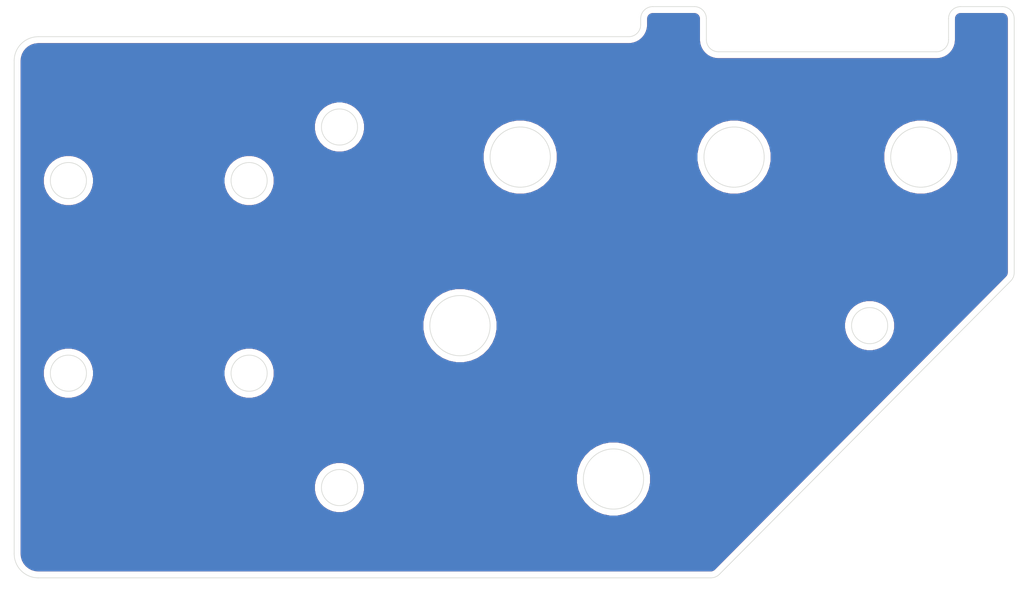
<source format=kicad_pcb>
(kicad_pcb (version 20171130) (host pcbnew 5.1.9+dfsg1-1+deb11u1)

  (general
    (thickness 1.6)
    (drawings 38)
    (tracks 0)
    (zones 0)
    (modules 0)
    (nets 1)
  )

  (page A4)
  (layers
    (0 F.Cu signal)
    (31 B.Cu signal)
    (32 B.Adhes user)
    (33 F.Adhes user)
    (34 B.Paste user)
    (35 F.Paste user)
    (36 B.SilkS user)
    (37 F.SilkS user)
    (38 B.Mask user)
    (39 F.Mask user)
    (40 Dwgs.User user)
    (41 Cmts.User user)
    (42 Eco1.User user)
    (43 Eco2.User user)
    (44 Edge.Cuts user)
    (45 Margin user)
    (46 B.CrtYd user)
    (47 F.CrtYd user)
    (48 B.Fab user)
    (49 F.Fab user)
  )

  (setup
    (last_trace_width 0.25)
    (trace_clearance 0.2)
    (zone_clearance 0.508)
    (zone_45_only no)
    (trace_min 0.2)
    (via_size 0.8)
    (via_drill 0.4)
    (via_min_size 0.4)
    (via_min_drill 0.3)
    (uvia_size 0.3)
    (uvia_drill 0.1)
    (uvias_allowed no)
    (uvia_min_size 0.2)
    (uvia_min_drill 0.1)
    (edge_width 0.05)
    (segment_width 0.2)
    (pcb_text_width 0.3)
    (pcb_text_size 1.5 1.5)
    (mod_edge_width 0.12)
    (mod_text_size 1 1)
    (mod_text_width 0.15)
    (pad_size 1.524 1.524)
    (pad_drill 0.762)
    (pad_to_mask_clearance 0)
    (aux_axis_origin 0 0)
    (visible_elements FFFFFF7F)
    (pcbplotparams
      (layerselection 0x010fc_ffffffff)
      (usegerberextensions true)
      (usegerberattributes false)
      (usegerberadvancedattributes false)
      (creategerberjobfile false)
      (excludeedgelayer true)
      (linewidth 0.100000)
      (plotframeref false)
      (viasonmask false)
      (mode 1)
      (useauxorigin false)
      (hpglpennumber 1)
      (hpglpenspeed 20)
      (hpglpendiameter 15.000000)
      (psnegative false)
      (psa4output false)
      (plotreference true)
      (plotvalue true)
      (plotinvisibletext false)
      (padsonsilk false)
      (subtractmaskfromsilk true)
      (outputformat 1)
      (mirror false)
      (drillshape 0)
      (scaleselection 1)
      (outputdirectory "y-carrier-gerber/"))
  )

  (net 0 "")

  (net_class Default "This is the default net class."
    (clearance 0.2)
    (trace_width 0.25)
    (via_dia 0.8)
    (via_drill 0.4)
    (uvia_dia 0.3)
    (uvia_drill 0.1)
  )

  (gr_line (start 128.5 115) (end 109.25 115) (layer Dwgs.User) (width 0.15))
  (gr_line (start 128.5 120) (end 128.5 115) (layer Dwgs.User) (width 0.15))
  (gr_line (start 128.5 112.5) (end 128.5 120) (layer Dwgs.User) (width 0.15))
  (gr_line (start 136 112.5) (end 128.5 112.5) (layer Dwgs.User) (width 0.15))
  (gr_circle (center 168.9265 85.05) (end 171.4265 85.05) (layer Edge.Cuts) (width 0.05))
  (gr_arc (start 191.1765 73.55) (end 192.1765 73.55) (angle -90) (layer Edge.Cuts) (width 0.05))
  (gr_line (start 109.1765 77.05) (end 109.1765 118) (layer Edge.Cuts) (width 0.05))
  (gr_line (start 111.1765 120) (end 167 120) (layer Edge.Cuts) (width 0.05))
  (gr_arc (start 167.6265 75.3) (end 166.6265 75.3) (angle -90) (layer Edge.Cuts) (width 0.05))
  (gr_arc (start 187.7265 73.55) (end 187.7265 72.55) (angle -90) (layer Edge.Cuts) (width 0.05))
  (gr_arc (start 191.1765 94.638024) (end 191.886304 95.342422) (angle -44.781) (layer Edge.Cuts) (width 0.05))
  (gr_arc (start 111.1765 77.05) (end 111.1765 75.05) (angle -90) (layer Edge.Cuts) (width 0.05))
  (gr_line (start 111.1765 75.05) (end 160.1765 75.05) (layer Edge.Cuts) (width 0.05))
  (gr_arc (start 162.1765 73.55) (end 162.1765 72.55) (angle -90) (layer Edge.Cuts) (width 0.05))
  (gr_line (start 191.1765 72.55) (end 187.7265 72.55) (layer Edge.Cuts) (width 0.05))
  (gr_circle (center 136.1765 82.55) (end 137.6765 82.55) (layer Edge.Cuts) (width 0.05))
  (gr_circle (center 113.6765 87) (end 115.1765 87) (layer Edge.Cuts) (width 0.05))
  (gr_line (start 166.6265 73.55) (end 166.6265 75.3) (layer Edge.Cuts) (width 0.05))
  (gr_circle (center 146.1765 99.05) (end 148.6765 99.05) (layer Edge.Cuts) (width 0.05))
  (gr_line (start 167.7098 119.7044) (end 191.8863 95.342423) (layer Edge.Cuts) (width 0.05))
  (gr_line (start 167.6265 76.3) (end 185.7265 76.3) (layer Edge.Cuts) (width 0.05))
  (gr_circle (center 136.1765 112.5) (end 137.6765 112.5) (layer Edge.Cuts) (width 0.05))
  (gr_circle (center 184.4265 85.05) (end 186.9265 85.05) (layer Edge.Cuts) (width 0.05))
  (gr_circle (center 128.6765 87) (end 130.1765 87) (layer Edge.Cuts) (width 0.05))
  (gr_circle (center 158.9165 111.789999) (end 161.4165 111.789999) (layer Edge.Cuts) (width 0.05))
  (gr_line (start 161.1765 73.55) (end 161.1765 74.05) (layer Edge.Cuts) (width 0.05))
  (gr_line (start 186.7265 75.3) (end 186.7265 73.55) (layer Edge.Cuts) (width 0.05))
  (gr_arc (start 111.1765 118) (end 109.1765 118) (angle -90) (layer Edge.Cuts) (width 0.05))
  (gr_circle (center 180.1765 99.05) (end 181.6765 99.05) (layer Edge.Cuts) (width 0.05))
  (gr_arc (start 165.6265 73.55) (end 166.6265 73.55) (angle -90) (layer Edge.Cuts) (width 0.05))
  (gr_circle (center 128.6765 103) (end 130.1765 103) (layer Edge.Cuts) (width 0.05))
  (gr_arc (start 185.7265 75.3) (end 185.7265 76.3) (angle -90) (layer Edge.Cuts) (width 0.05))
  (gr_arc (start 160.1765 74.05) (end 160.1765 75.05) (angle -90) (layer Edge.Cuts) (width 0.05))
  (gr_circle (center 113.6765 103) (end 115.1765 103) (layer Edge.Cuts) (width 0.05))
  (gr_line (start 192.1765 73.55) (end 192.1765 94.638024) (layer Edge.Cuts) (width 0.05))
  (gr_line (start 165.6265 72.55) (end 162.1765 72.55) (layer Edge.Cuts) (width 0.05))
  (gr_circle (center 151.1765 85.05) (end 153.6765 85.05) (layer Edge.Cuts) (width 0.05))
  (gr_arc (start 167 119) (end 167 120) (angle -45.219) (layer Edge.Cuts) (width 0.05))

  (zone (net 0) (net_name "") (layer F.Cu) (tstamp 64C3C12B) (hatch edge 0.508)
    (connect_pads (clearance 0.508))
    (min_thickness 0.254)
    (fill yes (arc_segments 32) (thermal_gap 0.508) (thermal_bridge_width 0.508))
    (polygon
      (pts
        (xy 193 121) (xy 108 121) (xy 108 72) (xy 193 72)
      )
    )
    (filled_polygon
      (pts
        (xy 165.691924 73.21958) (xy 165.754856 73.23858) (xy 165.812905 73.269445) (xy 165.863843 73.310989) (xy 165.905748 73.361644)
        (xy 165.937015 73.419471) (xy 165.956456 73.482272) (xy 165.9665 73.577836) (xy 165.966501 75.332419) (xy 165.969283 75.360664)
        (xy 165.96924 75.366801) (xy 165.97014 75.375972) (xy 165.990541 75.570069) (xy 166.002568 75.628658) (xy 166.013777 75.687423)
        (xy 166.016441 75.696245) (xy 166.074153 75.882683) (xy 166.097338 75.937838) (xy 166.119742 75.993291) (xy 166.124068 76.001427)
        (xy 166.216893 76.173104) (xy 166.250346 76.222699) (xy 166.2831 76.272753) (xy 166.288924 76.279894) (xy 166.413328 76.430272)
        (xy 166.455763 76.472411) (xy 166.497626 76.515161) (xy 166.504727 76.521034) (xy 166.655969 76.644384) (xy 166.705777 76.677477)
        (xy 166.755151 76.711284) (xy 166.763257 76.715667) (xy 166.93558 76.807292) (xy 166.990892 76.83009) (xy 167.045866 76.853652)
        (xy 167.054669 76.856377) (xy 167.241506 76.912786) (xy 167.300186 76.924405) (xy 167.358696 76.936842) (xy 167.367861 76.937805)
        (xy 167.562094 76.95685) (xy 167.562098 76.95685) (xy 167.594081 76.96) (xy 185.758919 76.96) (xy 185.787174 76.957217)
        (xy 185.793301 76.95726) (xy 185.802472 76.95636) (xy 185.996569 76.935959) (xy 186.055158 76.923932) (xy 186.113923 76.912723)
        (xy 186.122745 76.910059) (xy 186.309183 76.852347) (xy 186.364338 76.829162) (xy 186.419791 76.806758) (xy 186.427927 76.802432)
        (xy 186.599604 76.709607) (xy 186.649199 76.676154) (xy 186.699253 76.6434) (xy 186.706394 76.637576) (xy 186.856772 76.513172)
        (xy 186.898911 76.470737) (xy 186.941661 76.428874) (xy 186.947534 76.421773) (xy 187.070884 76.270531) (xy 187.103977 76.220723)
        (xy 187.137784 76.171349) (xy 187.142167 76.163243) (xy 187.233792 75.99092) (xy 187.25659 75.935608) (xy 187.280152 75.880634)
        (xy 187.282877 75.871831) (xy 187.339286 75.684994) (xy 187.350905 75.626314) (xy 187.363342 75.567804) (xy 187.364305 75.558639)
        (xy 187.38335 75.364406) (xy 187.38335 75.364402) (xy 187.3865 75.332419) (xy 187.3865 73.582279) (xy 187.39608 73.484576)
        (xy 187.41508 73.421644) (xy 187.445945 73.363595) (xy 187.487489 73.312657) (xy 187.538144 73.270752) (xy 187.595971 73.239485)
        (xy 187.658772 73.220044) (xy 187.754335 73.21) (xy 191.144221 73.21) (xy 191.241924 73.21958) (xy 191.304856 73.23858)
        (xy 191.362905 73.269445) (xy 191.413843 73.310989) (xy 191.455748 73.361644) (xy 191.487015 73.419471) (xy 191.506456 73.482272)
        (xy 191.5165 73.577835) (xy 191.516501 94.605724) (xy 191.506919 94.703448) (xy 191.487918 94.766382) (xy 191.45703 94.824473)
        (xy 191.395149 94.900373) (xy 167.264058 119.216595) (xy 167.188449 119.279186) (xy 167.130631 119.310473) (xy 167.067838 119.329933)
        (xy 166.972361 119.34) (xy 111.208779 119.34) (xy 110.91684 119.311375) (xy 110.667071 119.235965) (xy 110.436706 119.113477)
        (xy 110.234521 118.948579) (xy 110.068212 118.747546) (xy 109.944122 118.518046) (xy 109.866969 118.268805) (xy 109.8365 117.978911)
        (xy 109.8365 112.286323) (xy 134.006997 112.286323) (xy 134.006997 112.713677) (xy 134.09037 113.132821) (xy 134.253912 113.527645)
        (xy 134.491337 113.882977) (xy 134.793523 114.185163) (xy 135.148855 114.422588) (xy 135.543679 114.58613) (xy 135.962823 114.669503)
        (xy 136.390177 114.669503) (xy 136.809321 114.58613) (xy 137.204145 114.422588) (xy 137.559477 114.185163) (xy 137.861663 113.882977)
        (xy 138.099088 113.527645) (xy 138.26263 113.132821) (xy 138.346003 112.713677) (xy 138.346003 112.286323) (xy 138.26263 111.867179)
        (xy 138.101553 111.478304) (xy 155.751813 111.478304) (xy 155.751813 112.101694) (xy 155.87343 112.713104) (xy 156.11199 113.289041)
        (xy 156.458327 113.80737) (xy 156.899129 114.248172) (xy 157.417458 114.594509) (xy 157.993395 114.833069) (xy 158.604805 114.954686)
        (xy 159.228195 114.954686) (xy 159.839605 114.833069) (xy 160.415542 114.594509) (xy 160.933871 114.248172) (xy 161.374673 113.80737)
        (xy 161.72101 113.289041) (xy 161.95957 112.713104) (xy 162.081187 112.101694) (xy 162.081187 111.478304) (xy 161.95957 110.866894)
        (xy 161.72101 110.290957) (xy 161.374673 109.772628) (xy 160.933871 109.331826) (xy 160.415542 108.985489) (xy 159.839605 108.746929)
        (xy 159.228195 108.625312) (xy 158.604805 108.625312) (xy 157.993395 108.746929) (xy 157.417458 108.985489) (xy 156.899129 109.331826)
        (xy 156.458327 109.772628) (xy 156.11199 110.290957) (xy 155.87343 110.866894) (xy 155.751813 111.478304) (xy 138.101553 111.478304)
        (xy 138.099088 111.472355) (xy 137.861663 111.117023) (xy 137.559477 110.814837) (xy 137.204145 110.577412) (xy 136.809321 110.41387)
        (xy 136.390177 110.330497) (xy 135.962823 110.330497) (xy 135.543679 110.41387) (xy 135.148855 110.577412) (xy 134.793523 110.814837)
        (xy 134.491337 111.117023) (xy 134.253912 111.472355) (xy 134.09037 111.867179) (xy 134.006997 112.286323) (xy 109.8365 112.286323)
        (xy 109.8365 102.786323) (xy 111.506997 102.786323) (xy 111.506997 103.213677) (xy 111.59037 103.632821) (xy 111.753912 104.027645)
        (xy 111.991337 104.382977) (xy 112.293523 104.685163) (xy 112.648855 104.922588) (xy 113.043679 105.08613) (xy 113.462823 105.169503)
        (xy 113.890177 105.169503) (xy 114.309321 105.08613) (xy 114.704145 104.922588) (xy 115.059477 104.685163) (xy 115.361663 104.382977)
        (xy 115.599088 104.027645) (xy 115.76263 103.632821) (xy 115.846003 103.213677) (xy 115.846003 102.786323) (xy 126.506997 102.786323)
        (xy 126.506997 103.213677) (xy 126.59037 103.632821) (xy 126.753912 104.027645) (xy 126.991337 104.382977) (xy 127.293523 104.685163)
        (xy 127.648855 104.922588) (xy 128.043679 105.08613) (xy 128.462823 105.169503) (xy 128.890177 105.169503) (xy 129.309321 105.08613)
        (xy 129.704145 104.922588) (xy 130.059477 104.685163) (xy 130.361663 104.382977) (xy 130.599088 104.027645) (xy 130.76263 103.632821)
        (xy 130.846003 103.213677) (xy 130.846003 102.786323) (xy 130.76263 102.367179) (xy 130.599088 101.972355) (xy 130.361663 101.617023)
        (xy 130.059477 101.314837) (xy 129.704145 101.077412) (xy 129.309321 100.91387) (xy 128.890177 100.830497) (xy 128.462823 100.830497)
        (xy 128.043679 100.91387) (xy 127.648855 101.077412) (xy 127.293523 101.314837) (xy 126.991337 101.617023) (xy 126.753912 101.972355)
        (xy 126.59037 102.367179) (xy 126.506997 102.786323) (xy 115.846003 102.786323) (xy 115.76263 102.367179) (xy 115.599088 101.972355)
        (xy 115.361663 101.617023) (xy 115.059477 101.314837) (xy 114.704145 101.077412) (xy 114.309321 100.91387) (xy 113.890177 100.830497)
        (xy 113.462823 100.830497) (xy 113.043679 100.91387) (xy 112.648855 101.077412) (xy 112.293523 101.314837) (xy 111.991337 101.617023)
        (xy 111.753912 101.972355) (xy 111.59037 102.367179) (xy 111.506997 102.786323) (xy 109.8365 102.786323) (xy 109.8365 98.738305)
        (xy 143.011813 98.738305) (xy 143.011813 99.361695) (xy 143.13343 99.973105) (xy 143.37199 100.549042) (xy 143.718327 101.067371)
        (xy 144.159129 101.508173) (xy 144.677458 101.85451) (xy 145.253395 102.09307) (xy 145.864805 102.214687) (xy 146.488195 102.214687)
        (xy 147.099605 102.09307) (xy 147.675542 101.85451) (xy 148.193871 101.508173) (xy 148.634673 101.067371) (xy 148.98101 100.549042)
        (xy 149.21957 99.973105) (xy 149.341187 99.361695) (xy 149.341187 98.836323) (xy 178.006997 98.836323) (xy 178.006997 99.263677)
        (xy 178.09037 99.682821) (xy 178.253912 100.077645) (xy 178.491337 100.432977) (xy 178.793523 100.735163) (xy 179.148855 100.972588)
        (xy 179.543679 101.13613) (xy 179.962823 101.219503) (xy 180.390177 101.219503) (xy 180.809321 101.13613) (xy 181.204145 100.972588)
        (xy 181.559477 100.735163) (xy 181.861663 100.432977) (xy 182.099088 100.077645) (xy 182.26263 99.682821) (xy 182.346003 99.263677)
        (xy 182.346003 98.836323) (xy 182.26263 98.417179) (xy 182.099088 98.022355) (xy 181.861663 97.667023) (xy 181.559477 97.364837)
        (xy 181.204145 97.127412) (xy 180.809321 96.96387) (xy 180.390177 96.880497) (xy 179.962823 96.880497) (xy 179.543679 96.96387)
        (xy 179.148855 97.127412) (xy 178.793523 97.364837) (xy 178.491337 97.667023) (xy 178.253912 98.022355) (xy 178.09037 98.417179)
        (xy 178.006997 98.836323) (xy 149.341187 98.836323) (xy 149.341187 98.738305) (xy 149.21957 98.126895) (xy 148.98101 97.550958)
        (xy 148.634673 97.032629) (xy 148.193871 96.591827) (xy 147.675542 96.24549) (xy 147.099605 96.00693) (xy 146.488195 95.885313)
        (xy 145.864805 95.885313) (xy 145.253395 96.00693) (xy 144.677458 96.24549) (xy 144.159129 96.591827) (xy 143.718327 97.032629)
        (xy 143.37199 97.550958) (xy 143.13343 98.126895) (xy 143.011813 98.738305) (xy 109.8365 98.738305) (xy 109.8365 86.786323)
        (xy 111.506997 86.786323) (xy 111.506997 87.213677) (xy 111.59037 87.632821) (xy 111.753912 88.027645) (xy 111.991337 88.382977)
        (xy 112.293523 88.685163) (xy 112.648855 88.922588) (xy 113.043679 89.08613) (xy 113.462823 89.169503) (xy 113.890177 89.169503)
        (xy 114.309321 89.08613) (xy 114.704145 88.922588) (xy 115.059477 88.685163) (xy 115.361663 88.382977) (xy 115.599088 88.027645)
        (xy 115.76263 87.632821) (xy 115.846003 87.213677) (xy 115.846003 86.786323) (xy 126.506997 86.786323) (xy 126.506997 87.213677)
        (xy 126.59037 87.632821) (xy 126.753912 88.027645) (xy 126.991337 88.382977) (xy 127.293523 88.685163) (xy 127.648855 88.922588)
        (xy 128.043679 89.08613) (xy 128.462823 89.169503) (xy 128.890177 89.169503) (xy 129.309321 89.08613) (xy 129.704145 88.922588)
        (xy 130.059477 88.685163) (xy 130.361663 88.382977) (xy 130.599088 88.027645) (xy 130.76263 87.632821) (xy 130.846003 87.213677)
        (xy 130.846003 86.786323) (xy 130.76263 86.367179) (xy 130.599088 85.972355) (xy 130.361663 85.617023) (xy 130.059477 85.314837)
        (xy 129.704145 85.077412) (xy 129.309321 84.91387) (xy 128.890177 84.830497) (xy 128.462823 84.830497) (xy 128.043679 84.91387)
        (xy 127.648855 85.077412) (xy 127.293523 85.314837) (xy 126.991337 85.617023) (xy 126.753912 85.972355) (xy 126.59037 86.367179)
        (xy 126.506997 86.786323) (xy 115.846003 86.786323) (xy 115.76263 86.367179) (xy 115.599088 85.972355) (xy 115.361663 85.617023)
        (xy 115.059477 85.314837) (xy 114.704145 85.077412) (xy 114.309321 84.91387) (xy 113.890177 84.830497) (xy 113.462823 84.830497)
        (xy 113.043679 84.91387) (xy 112.648855 85.077412) (xy 112.293523 85.314837) (xy 111.991337 85.617023) (xy 111.753912 85.972355)
        (xy 111.59037 86.367179) (xy 111.506997 86.786323) (xy 109.8365 86.786323) (xy 109.8365 84.738305) (xy 148.011813 84.738305)
        (xy 148.011813 85.361695) (xy 148.13343 85.973105) (xy 148.37199 86.549042) (xy 148.718327 87.067371) (xy 149.159129 87.508173)
        (xy 149.677458 87.85451) (xy 150.253395 88.09307) (xy 150.864805 88.214687) (xy 151.488195 88.214687) (xy 152.099605 88.09307)
        (xy 152.675542 87.85451) (xy 153.193871 87.508173) (xy 153.634673 87.067371) (xy 153.98101 86.549042) (xy 154.21957 85.973105)
        (xy 154.341187 85.361695) (xy 154.341187 84.738305) (xy 165.761813 84.738305) (xy 165.761813 85.361695) (xy 165.88343 85.973105)
        (xy 166.12199 86.549042) (xy 166.468327 87.067371) (xy 166.909129 87.508173) (xy 167.427458 87.85451) (xy 168.003395 88.09307)
        (xy 168.614805 88.214687) (xy 169.238195 88.214687) (xy 169.849605 88.09307) (xy 170.425542 87.85451) (xy 170.943871 87.508173)
        (xy 171.384673 87.067371) (xy 171.73101 86.549042) (xy 171.96957 85.973105) (xy 172.091187 85.361695) (xy 172.091187 84.738305)
        (xy 181.261813 84.738305) (xy 181.261813 85.361695) (xy 181.38343 85.973105) (xy 181.62199 86.549042) (xy 181.968327 87.067371)
        (xy 182.409129 87.508173) (xy 182.927458 87.85451) (xy 183.503395 88.09307) (xy 184.114805 88.214687) (xy 184.738195 88.214687)
        (xy 185.349605 88.09307) (xy 185.925542 87.85451) (xy 186.443871 87.508173) (xy 186.884673 87.067371) (xy 187.23101 86.549042)
        (xy 187.46957 85.973105) (xy 187.591187 85.361695) (xy 187.591187 84.738305) (xy 187.46957 84.126895) (xy 187.23101 83.550958)
        (xy 186.884673 83.032629) (xy 186.443871 82.591827) (xy 185.925542 82.24549) (xy 185.349605 82.00693) (xy 184.738195 81.885313)
        (xy 184.114805 81.885313) (xy 183.503395 82.00693) (xy 182.927458 82.24549) (xy 182.409129 82.591827) (xy 181.968327 83.032629)
        (xy 181.62199 83.550958) (xy 181.38343 84.126895) (xy 181.261813 84.738305) (xy 172.091187 84.738305) (xy 171.96957 84.126895)
        (xy 171.73101 83.550958) (xy 171.384673 83.032629) (xy 170.943871 82.591827) (xy 170.425542 82.24549) (xy 169.849605 82.00693)
        (xy 169.238195 81.885313) (xy 168.614805 81.885313) (xy 168.003395 82.00693) (xy 167.427458 82.24549) (xy 166.909129 82.591827)
        (xy 166.468327 83.032629) (xy 166.12199 83.550958) (xy 165.88343 84.126895) (xy 165.761813 84.738305) (xy 154.341187 84.738305)
        (xy 154.21957 84.126895) (xy 153.98101 83.550958) (xy 153.634673 83.032629) (xy 153.193871 82.591827) (xy 152.675542 82.24549)
        (xy 152.099605 82.00693) (xy 151.488195 81.885313) (xy 150.864805 81.885313) (xy 150.253395 82.00693) (xy 149.677458 82.24549)
        (xy 149.159129 82.591827) (xy 148.718327 83.032629) (xy 148.37199 83.550958) (xy 148.13343 84.126895) (xy 148.011813 84.738305)
        (xy 109.8365 84.738305) (xy 109.8365 82.336323) (xy 134.006997 82.336323) (xy 134.006997 82.763677) (xy 134.09037 83.182821)
        (xy 134.253912 83.577645) (xy 134.491337 83.932977) (xy 134.793523 84.235163) (xy 135.148855 84.472588) (xy 135.543679 84.63613)
        (xy 135.962823 84.719503) (xy 136.390177 84.719503) (xy 136.809321 84.63613) (xy 137.204145 84.472588) (xy 137.559477 84.235163)
        (xy 137.861663 83.932977) (xy 138.099088 83.577645) (xy 138.26263 83.182821) (xy 138.346003 82.763677) (xy 138.346003 82.336323)
        (xy 138.26263 81.917179) (xy 138.099088 81.522355) (xy 137.861663 81.167023) (xy 137.559477 80.864837) (xy 137.204145 80.627412)
        (xy 136.809321 80.46387) (xy 136.390177 80.380497) (xy 135.962823 80.380497) (xy 135.543679 80.46387) (xy 135.148855 80.627412)
        (xy 134.793523 80.864837) (xy 134.491337 81.167023) (xy 134.253912 81.522355) (xy 134.09037 81.917179) (xy 134.006997 82.336323)
        (xy 109.8365 82.336323) (xy 109.8365 77.082279) (xy 109.865125 76.790341) (xy 109.940535 76.540571) (xy 110.063022 76.310208)
        (xy 110.227922 76.10802) (xy 110.42895 75.941714) (xy 110.658454 75.817622) (xy 110.907695 75.740469) (xy 111.197588 75.71)
        (xy 160.208919 75.71) (xy 160.237174 75.707217) (xy 160.243301 75.70726) (xy 160.252472 75.70636) (xy 160.446569 75.685959)
        (xy 160.505158 75.673932) (xy 160.563923 75.662723) (xy 160.572745 75.660059) (xy 160.759183 75.602347) (xy 160.814338 75.579162)
        (xy 160.869791 75.556758) (xy 160.877927 75.552432) (xy 161.049604 75.459607) (xy 161.099199 75.426154) (xy 161.149253 75.3934)
        (xy 161.156394 75.387576) (xy 161.306772 75.263172) (xy 161.348911 75.220737) (xy 161.391661 75.178874) (xy 161.397534 75.171773)
        (xy 161.520884 75.020531) (xy 161.553977 74.970723) (xy 161.587784 74.921349) (xy 161.592167 74.913243) (xy 161.683792 74.74092)
        (xy 161.70659 74.685608) (xy 161.730152 74.630634) (xy 161.732877 74.621831) (xy 161.789286 74.434994) (xy 161.800905 74.376314)
        (xy 161.813342 74.317804) (xy 161.814305 74.308639) (xy 161.83335 74.114406) (xy 161.83335 74.114402) (xy 161.8365 74.082419)
        (xy 161.8365 73.582279) (xy 161.84608 73.484576) (xy 161.86508 73.421644) (xy 161.895945 73.363595) (xy 161.937489 73.312657)
        (xy 161.988144 73.270752) (xy 162.045971 73.239485) (xy 162.108772 73.220044) (xy 162.204335 73.21) (xy 165.594221 73.21)
      )
    )
  )
  (zone (net 0) (net_name "") (layer B.Cu) (tstamp 64C3C128) (hatch edge 0.508)
    (connect_pads (clearance 0.508))
    (min_thickness 0.254)
    (fill yes (arc_segments 32) (thermal_gap 0.508) (thermal_bridge_width 0.508))
    (polygon
      (pts
        (xy 193 121) (xy 108 121) (xy 108 72) (xy 193 72)
      )
    )
    (filled_polygon
      (pts
        (xy 165.691924 73.21958) (xy 165.754856 73.23858) (xy 165.812905 73.269445) (xy 165.863843 73.310989) (xy 165.905748 73.361644)
        (xy 165.937015 73.419471) (xy 165.956456 73.482272) (xy 165.9665 73.577836) (xy 165.966501 75.332419) (xy 165.969283 75.360664)
        (xy 165.96924 75.366801) (xy 165.97014 75.375972) (xy 165.990541 75.570069) (xy 166.002568 75.628658) (xy 166.013777 75.687423)
        (xy 166.016441 75.696245) (xy 166.074153 75.882683) (xy 166.097338 75.937838) (xy 166.119742 75.993291) (xy 166.124068 76.001427)
        (xy 166.216893 76.173104) (xy 166.250346 76.222699) (xy 166.2831 76.272753) (xy 166.288924 76.279894) (xy 166.413328 76.430272)
        (xy 166.455763 76.472411) (xy 166.497626 76.515161) (xy 166.504727 76.521034) (xy 166.655969 76.644384) (xy 166.705777 76.677477)
        (xy 166.755151 76.711284) (xy 166.763257 76.715667) (xy 166.93558 76.807292) (xy 166.990892 76.83009) (xy 167.045866 76.853652)
        (xy 167.054669 76.856377) (xy 167.241506 76.912786) (xy 167.300186 76.924405) (xy 167.358696 76.936842) (xy 167.367861 76.937805)
        (xy 167.562094 76.95685) (xy 167.562098 76.95685) (xy 167.594081 76.96) (xy 185.758919 76.96) (xy 185.787174 76.957217)
        (xy 185.793301 76.95726) (xy 185.802472 76.95636) (xy 185.996569 76.935959) (xy 186.055158 76.923932) (xy 186.113923 76.912723)
        (xy 186.122745 76.910059) (xy 186.309183 76.852347) (xy 186.364338 76.829162) (xy 186.419791 76.806758) (xy 186.427927 76.802432)
        (xy 186.599604 76.709607) (xy 186.649199 76.676154) (xy 186.699253 76.6434) (xy 186.706394 76.637576) (xy 186.856772 76.513172)
        (xy 186.898911 76.470737) (xy 186.941661 76.428874) (xy 186.947534 76.421773) (xy 187.070884 76.270531) (xy 187.103977 76.220723)
        (xy 187.137784 76.171349) (xy 187.142167 76.163243) (xy 187.233792 75.99092) (xy 187.25659 75.935608) (xy 187.280152 75.880634)
        (xy 187.282877 75.871831) (xy 187.339286 75.684994) (xy 187.350905 75.626314) (xy 187.363342 75.567804) (xy 187.364305 75.558639)
        (xy 187.38335 75.364406) (xy 187.38335 75.364402) (xy 187.3865 75.332419) (xy 187.3865 73.582279) (xy 187.39608 73.484576)
        (xy 187.41508 73.421644) (xy 187.445945 73.363595) (xy 187.487489 73.312657) (xy 187.538144 73.270752) (xy 187.595971 73.239485)
        (xy 187.658772 73.220044) (xy 187.754335 73.21) (xy 191.144221 73.21) (xy 191.241924 73.21958) (xy 191.304856 73.23858)
        (xy 191.362905 73.269445) (xy 191.413843 73.310989) (xy 191.455748 73.361644) (xy 191.487015 73.419471) (xy 191.506456 73.482272)
        (xy 191.5165 73.577835) (xy 191.516501 94.605724) (xy 191.506919 94.703448) (xy 191.487918 94.766382) (xy 191.45703 94.824473)
        (xy 191.395149 94.900373) (xy 167.264058 119.216595) (xy 167.188449 119.279186) (xy 167.130631 119.310473) (xy 167.067838 119.329933)
        (xy 166.972361 119.34) (xy 111.208779 119.34) (xy 110.91684 119.311375) (xy 110.667071 119.235965) (xy 110.436706 119.113477)
        (xy 110.234521 118.948579) (xy 110.068212 118.747546) (xy 109.944122 118.518046) (xy 109.866969 118.268805) (xy 109.8365 117.978911)
        (xy 109.8365 112.286323) (xy 134.006997 112.286323) (xy 134.006997 112.713677) (xy 134.09037 113.132821) (xy 134.253912 113.527645)
        (xy 134.491337 113.882977) (xy 134.793523 114.185163) (xy 135.148855 114.422588) (xy 135.543679 114.58613) (xy 135.962823 114.669503)
        (xy 136.390177 114.669503) (xy 136.809321 114.58613) (xy 137.204145 114.422588) (xy 137.559477 114.185163) (xy 137.861663 113.882977)
        (xy 138.099088 113.527645) (xy 138.26263 113.132821) (xy 138.346003 112.713677) (xy 138.346003 112.286323) (xy 138.26263 111.867179)
        (xy 138.101553 111.478304) (xy 155.751813 111.478304) (xy 155.751813 112.101694) (xy 155.87343 112.713104) (xy 156.11199 113.289041)
        (xy 156.458327 113.80737) (xy 156.899129 114.248172) (xy 157.417458 114.594509) (xy 157.993395 114.833069) (xy 158.604805 114.954686)
        (xy 159.228195 114.954686) (xy 159.839605 114.833069) (xy 160.415542 114.594509) (xy 160.933871 114.248172) (xy 161.374673 113.80737)
        (xy 161.72101 113.289041) (xy 161.95957 112.713104) (xy 162.081187 112.101694) (xy 162.081187 111.478304) (xy 161.95957 110.866894)
        (xy 161.72101 110.290957) (xy 161.374673 109.772628) (xy 160.933871 109.331826) (xy 160.415542 108.985489) (xy 159.839605 108.746929)
        (xy 159.228195 108.625312) (xy 158.604805 108.625312) (xy 157.993395 108.746929) (xy 157.417458 108.985489) (xy 156.899129 109.331826)
        (xy 156.458327 109.772628) (xy 156.11199 110.290957) (xy 155.87343 110.866894) (xy 155.751813 111.478304) (xy 138.101553 111.478304)
        (xy 138.099088 111.472355) (xy 137.861663 111.117023) (xy 137.559477 110.814837) (xy 137.204145 110.577412) (xy 136.809321 110.41387)
        (xy 136.390177 110.330497) (xy 135.962823 110.330497) (xy 135.543679 110.41387) (xy 135.148855 110.577412) (xy 134.793523 110.814837)
        (xy 134.491337 111.117023) (xy 134.253912 111.472355) (xy 134.09037 111.867179) (xy 134.006997 112.286323) (xy 109.8365 112.286323)
        (xy 109.8365 102.786323) (xy 111.506997 102.786323) (xy 111.506997 103.213677) (xy 111.59037 103.632821) (xy 111.753912 104.027645)
        (xy 111.991337 104.382977) (xy 112.293523 104.685163) (xy 112.648855 104.922588) (xy 113.043679 105.08613) (xy 113.462823 105.169503)
        (xy 113.890177 105.169503) (xy 114.309321 105.08613) (xy 114.704145 104.922588) (xy 115.059477 104.685163) (xy 115.361663 104.382977)
        (xy 115.599088 104.027645) (xy 115.76263 103.632821) (xy 115.846003 103.213677) (xy 115.846003 102.786323) (xy 126.506997 102.786323)
        (xy 126.506997 103.213677) (xy 126.59037 103.632821) (xy 126.753912 104.027645) (xy 126.991337 104.382977) (xy 127.293523 104.685163)
        (xy 127.648855 104.922588) (xy 128.043679 105.08613) (xy 128.462823 105.169503) (xy 128.890177 105.169503) (xy 129.309321 105.08613)
        (xy 129.704145 104.922588) (xy 130.059477 104.685163) (xy 130.361663 104.382977) (xy 130.599088 104.027645) (xy 130.76263 103.632821)
        (xy 130.846003 103.213677) (xy 130.846003 102.786323) (xy 130.76263 102.367179) (xy 130.599088 101.972355) (xy 130.361663 101.617023)
        (xy 130.059477 101.314837) (xy 129.704145 101.077412) (xy 129.309321 100.91387) (xy 128.890177 100.830497) (xy 128.462823 100.830497)
        (xy 128.043679 100.91387) (xy 127.648855 101.077412) (xy 127.293523 101.314837) (xy 126.991337 101.617023) (xy 126.753912 101.972355)
        (xy 126.59037 102.367179) (xy 126.506997 102.786323) (xy 115.846003 102.786323) (xy 115.76263 102.367179) (xy 115.599088 101.972355)
        (xy 115.361663 101.617023) (xy 115.059477 101.314837) (xy 114.704145 101.077412) (xy 114.309321 100.91387) (xy 113.890177 100.830497)
        (xy 113.462823 100.830497) (xy 113.043679 100.91387) (xy 112.648855 101.077412) (xy 112.293523 101.314837) (xy 111.991337 101.617023)
        (xy 111.753912 101.972355) (xy 111.59037 102.367179) (xy 111.506997 102.786323) (xy 109.8365 102.786323) (xy 109.8365 98.738305)
        (xy 143.011813 98.738305) (xy 143.011813 99.361695) (xy 143.13343 99.973105) (xy 143.37199 100.549042) (xy 143.718327 101.067371)
        (xy 144.159129 101.508173) (xy 144.677458 101.85451) (xy 145.253395 102.09307) (xy 145.864805 102.214687) (xy 146.488195 102.214687)
        (xy 147.099605 102.09307) (xy 147.675542 101.85451) (xy 148.193871 101.508173) (xy 148.634673 101.067371) (xy 148.98101 100.549042)
        (xy 149.21957 99.973105) (xy 149.341187 99.361695) (xy 149.341187 98.836323) (xy 178.006997 98.836323) (xy 178.006997 99.263677)
        (xy 178.09037 99.682821) (xy 178.253912 100.077645) (xy 178.491337 100.432977) (xy 178.793523 100.735163) (xy 179.148855 100.972588)
        (xy 179.543679 101.13613) (xy 179.962823 101.219503) (xy 180.390177 101.219503) (xy 180.809321 101.13613) (xy 181.204145 100.972588)
        (xy 181.559477 100.735163) (xy 181.861663 100.432977) (xy 182.099088 100.077645) (xy 182.26263 99.682821) (xy 182.346003 99.263677)
        (xy 182.346003 98.836323) (xy 182.26263 98.417179) (xy 182.099088 98.022355) (xy 181.861663 97.667023) (xy 181.559477 97.364837)
        (xy 181.204145 97.127412) (xy 180.809321 96.96387) (xy 180.390177 96.880497) (xy 179.962823 96.880497) (xy 179.543679 96.96387)
        (xy 179.148855 97.127412) (xy 178.793523 97.364837) (xy 178.491337 97.667023) (xy 178.253912 98.022355) (xy 178.09037 98.417179)
        (xy 178.006997 98.836323) (xy 149.341187 98.836323) (xy 149.341187 98.738305) (xy 149.21957 98.126895) (xy 148.98101 97.550958)
        (xy 148.634673 97.032629) (xy 148.193871 96.591827) (xy 147.675542 96.24549) (xy 147.099605 96.00693) (xy 146.488195 95.885313)
        (xy 145.864805 95.885313) (xy 145.253395 96.00693) (xy 144.677458 96.24549) (xy 144.159129 96.591827) (xy 143.718327 97.032629)
        (xy 143.37199 97.550958) (xy 143.13343 98.126895) (xy 143.011813 98.738305) (xy 109.8365 98.738305) (xy 109.8365 86.786323)
        (xy 111.506997 86.786323) (xy 111.506997 87.213677) (xy 111.59037 87.632821) (xy 111.753912 88.027645) (xy 111.991337 88.382977)
        (xy 112.293523 88.685163) (xy 112.648855 88.922588) (xy 113.043679 89.08613) (xy 113.462823 89.169503) (xy 113.890177 89.169503)
        (xy 114.309321 89.08613) (xy 114.704145 88.922588) (xy 115.059477 88.685163) (xy 115.361663 88.382977) (xy 115.599088 88.027645)
        (xy 115.76263 87.632821) (xy 115.846003 87.213677) (xy 115.846003 86.786323) (xy 126.506997 86.786323) (xy 126.506997 87.213677)
        (xy 126.59037 87.632821) (xy 126.753912 88.027645) (xy 126.991337 88.382977) (xy 127.293523 88.685163) (xy 127.648855 88.922588)
        (xy 128.043679 89.08613) (xy 128.462823 89.169503) (xy 128.890177 89.169503) (xy 129.309321 89.08613) (xy 129.704145 88.922588)
        (xy 130.059477 88.685163) (xy 130.361663 88.382977) (xy 130.599088 88.027645) (xy 130.76263 87.632821) (xy 130.846003 87.213677)
        (xy 130.846003 86.786323) (xy 130.76263 86.367179) (xy 130.599088 85.972355) (xy 130.361663 85.617023) (xy 130.059477 85.314837)
        (xy 129.704145 85.077412) (xy 129.309321 84.91387) (xy 128.890177 84.830497) (xy 128.462823 84.830497) (xy 128.043679 84.91387)
        (xy 127.648855 85.077412) (xy 127.293523 85.314837) (xy 126.991337 85.617023) (xy 126.753912 85.972355) (xy 126.59037 86.367179)
        (xy 126.506997 86.786323) (xy 115.846003 86.786323) (xy 115.76263 86.367179) (xy 115.599088 85.972355) (xy 115.361663 85.617023)
        (xy 115.059477 85.314837) (xy 114.704145 85.077412) (xy 114.309321 84.91387) (xy 113.890177 84.830497) (xy 113.462823 84.830497)
        (xy 113.043679 84.91387) (xy 112.648855 85.077412) (xy 112.293523 85.314837) (xy 111.991337 85.617023) (xy 111.753912 85.972355)
        (xy 111.59037 86.367179) (xy 111.506997 86.786323) (xy 109.8365 86.786323) (xy 109.8365 84.738305) (xy 148.011813 84.738305)
        (xy 148.011813 85.361695) (xy 148.13343 85.973105) (xy 148.37199 86.549042) (xy 148.718327 87.067371) (xy 149.159129 87.508173)
        (xy 149.677458 87.85451) (xy 150.253395 88.09307) (xy 150.864805 88.214687) (xy 151.488195 88.214687) (xy 152.099605 88.09307)
        (xy 152.675542 87.85451) (xy 153.193871 87.508173) (xy 153.634673 87.067371) (xy 153.98101 86.549042) (xy 154.21957 85.973105)
        (xy 154.341187 85.361695) (xy 154.341187 84.738305) (xy 165.761813 84.738305) (xy 165.761813 85.361695) (xy 165.88343 85.973105)
        (xy 166.12199 86.549042) (xy 166.468327 87.067371) (xy 166.909129 87.508173) (xy 167.427458 87.85451) (xy 168.003395 88.09307)
        (xy 168.614805 88.214687) (xy 169.238195 88.214687) (xy 169.849605 88.09307) (xy 170.425542 87.85451) (xy 170.943871 87.508173)
        (xy 171.384673 87.067371) (xy 171.73101 86.549042) (xy 171.96957 85.973105) (xy 172.091187 85.361695) (xy 172.091187 84.738305)
        (xy 181.261813 84.738305) (xy 181.261813 85.361695) (xy 181.38343 85.973105) (xy 181.62199 86.549042) (xy 181.968327 87.067371)
        (xy 182.409129 87.508173) (xy 182.927458 87.85451) (xy 183.503395 88.09307) (xy 184.114805 88.214687) (xy 184.738195 88.214687)
        (xy 185.349605 88.09307) (xy 185.925542 87.85451) (xy 186.443871 87.508173) (xy 186.884673 87.067371) (xy 187.23101 86.549042)
        (xy 187.46957 85.973105) (xy 187.591187 85.361695) (xy 187.591187 84.738305) (xy 187.46957 84.126895) (xy 187.23101 83.550958)
        (xy 186.884673 83.032629) (xy 186.443871 82.591827) (xy 185.925542 82.24549) (xy 185.349605 82.00693) (xy 184.738195 81.885313)
        (xy 184.114805 81.885313) (xy 183.503395 82.00693) (xy 182.927458 82.24549) (xy 182.409129 82.591827) (xy 181.968327 83.032629)
        (xy 181.62199 83.550958) (xy 181.38343 84.126895) (xy 181.261813 84.738305) (xy 172.091187 84.738305) (xy 171.96957 84.126895)
        (xy 171.73101 83.550958) (xy 171.384673 83.032629) (xy 170.943871 82.591827) (xy 170.425542 82.24549) (xy 169.849605 82.00693)
        (xy 169.238195 81.885313) (xy 168.614805 81.885313) (xy 168.003395 82.00693) (xy 167.427458 82.24549) (xy 166.909129 82.591827)
        (xy 166.468327 83.032629) (xy 166.12199 83.550958) (xy 165.88343 84.126895) (xy 165.761813 84.738305) (xy 154.341187 84.738305)
        (xy 154.21957 84.126895) (xy 153.98101 83.550958) (xy 153.634673 83.032629) (xy 153.193871 82.591827) (xy 152.675542 82.24549)
        (xy 152.099605 82.00693) (xy 151.488195 81.885313) (xy 150.864805 81.885313) (xy 150.253395 82.00693) (xy 149.677458 82.24549)
        (xy 149.159129 82.591827) (xy 148.718327 83.032629) (xy 148.37199 83.550958) (xy 148.13343 84.126895) (xy 148.011813 84.738305)
        (xy 109.8365 84.738305) (xy 109.8365 82.336323) (xy 134.006997 82.336323) (xy 134.006997 82.763677) (xy 134.09037 83.182821)
        (xy 134.253912 83.577645) (xy 134.491337 83.932977) (xy 134.793523 84.235163) (xy 135.148855 84.472588) (xy 135.543679 84.63613)
        (xy 135.962823 84.719503) (xy 136.390177 84.719503) (xy 136.809321 84.63613) (xy 137.204145 84.472588) (xy 137.559477 84.235163)
        (xy 137.861663 83.932977) (xy 138.099088 83.577645) (xy 138.26263 83.182821) (xy 138.346003 82.763677) (xy 138.346003 82.336323)
        (xy 138.26263 81.917179) (xy 138.099088 81.522355) (xy 137.861663 81.167023) (xy 137.559477 80.864837) (xy 137.204145 80.627412)
        (xy 136.809321 80.46387) (xy 136.390177 80.380497) (xy 135.962823 80.380497) (xy 135.543679 80.46387) (xy 135.148855 80.627412)
        (xy 134.793523 80.864837) (xy 134.491337 81.167023) (xy 134.253912 81.522355) (xy 134.09037 81.917179) (xy 134.006997 82.336323)
        (xy 109.8365 82.336323) (xy 109.8365 77.082279) (xy 109.865125 76.790341) (xy 109.940535 76.540571) (xy 110.063022 76.310208)
        (xy 110.227922 76.10802) (xy 110.42895 75.941714) (xy 110.658454 75.817622) (xy 110.907695 75.740469) (xy 111.197588 75.71)
        (xy 160.208919 75.71) (xy 160.237174 75.707217) (xy 160.243301 75.70726) (xy 160.252472 75.70636) (xy 160.446569 75.685959)
        (xy 160.505158 75.673932) (xy 160.563923 75.662723) (xy 160.572745 75.660059) (xy 160.759183 75.602347) (xy 160.814338 75.579162)
        (xy 160.869791 75.556758) (xy 160.877927 75.552432) (xy 161.049604 75.459607) (xy 161.099199 75.426154) (xy 161.149253 75.3934)
        (xy 161.156394 75.387576) (xy 161.306772 75.263172) (xy 161.348911 75.220737) (xy 161.391661 75.178874) (xy 161.397534 75.171773)
        (xy 161.520884 75.020531) (xy 161.553977 74.970723) (xy 161.587784 74.921349) (xy 161.592167 74.913243) (xy 161.683792 74.74092)
        (xy 161.70659 74.685608) (xy 161.730152 74.630634) (xy 161.732877 74.621831) (xy 161.789286 74.434994) (xy 161.800905 74.376314)
        (xy 161.813342 74.317804) (xy 161.814305 74.308639) (xy 161.83335 74.114406) (xy 161.83335 74.114402) (xy 161.8365 74.082419)
        (xy 161.8365 73.582279) (xy 161.84608 73.484576) (xy 161.86508 73.421644) (xy 161.895945 73.363595) (xy 161.937489 73.312657)
        (xy 161.988144 73.270752) (xy 162.045971 73.239485) (xy 162.108772 73.220044) (xy 162.204335 73.21) (xy 165.594221 73.21)
      )
    )
  )
)

</source>
